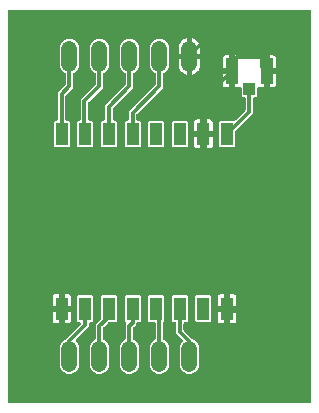
<source format=gbr>
G04 EAGLE Gerber RS-274X export*
G75*
%MOMM*%
%FSLAX34Y34*%
%LPD*%
%INTop Copper*%
%IPPOS*%
%AMOC8*
5,1,8,0,0,1.08239X$1,22.5*%
G01*
%ADD10R,1.000000X1.050000*%
%ADD11R,1.050000X2.200000*%
%ADD12R,1.050000X1.950000*%
%ADD13C,1.320800*%
%ADD14C,0.304800*%

G36*
X685826Y-14220D02*
X685826Y-14220D01*
X685852Y-14222D01*
X685999Y-14200D01*
X686146Y-14183D01*
X686171Y-14175D01*
X686197Y-14171D01*
X686335Y-14116D01*
X686474Y-14066D01*
X686496Y-14052D01*
X686521Y-14042D01*
X686642Y-13957D01*
X686767Y-13877D01*
X686785Y-13858D01*
X686807Y-13843D01*
X686906Y-13733D01*
X687009Y-13626D01*
X687023Y-13604D01*
X687040Y-13584D01*
X687112Y-13454D01*
X687188Y-13327D01*
X687196Y-13302D01*
X687209Y-13279D01*
X687249Y-13136D01*
X687294Y-12995D01*
X687296Y-12969D01*
X687304Y-12944D01*
X687323Y-12700D01*
X687323Y317500D01*
X687320Y317526D01*
X687322Y317552D01*
X687300Y317699D01*
X687283Y317846D01*
X687275Y317871D01*
X687271Y317897D01*
X687216Y318035D01*
X687166Y318174D01*
X687152Y318196D01*
X687142Y318221D01*
X687057Y318342D01*
X686977Y318467D01*
X686958Y318485D01*
X686943Y318507D01*
X686833Y318606D01*
X686726Y318709D01*
X686704Y318723D01*
X686684Y318740D01*
X686554Y318812D01*
X686427Y318888D01*
X686402Y318896D01*
X686379Y318909D01*
X686236Y318949D01*
X686095Y318994D01*
X686069Y318996D01*
X686044Y319004D01*
X685800Y319023D01*
X431800Y319023D01*
X431774Y319020D01*
X431748Y319022D01*
X431601Y319000D01*
X431454Y318983D01*
X431429Y318975D01*
X431403Y318971D01*
X431265Y318916D01*
X431126Y318866D01*
X431104Y318852D01*
X431079Y318842D01*
X430958Y318757D01*
X430833Y318677D01*
X430815Y318658D01*
X430793Y318643D01*
X430694Y318533D01*
X430591Y318426D01*
X430577Y318404D01*
X430560Y318384D01*
X430488Y318254D01*
X430412Y318127D01*
X430404Y318102D01*
X430391Y318079D01*
X430351Y317936D01*
X430306Y317795D01*
X430304Y317769D01*
X430296Y317744D01*
X430277Y317500D01*
X430277Y-12700D01*
X430280Y-12726D01*
X430278Y-12752D01*
X430300Y-12899D01*
X430317Y-13046D01*
X430325Y-13071D01*
X430329Y-13097D01*
X430384Y-13235D01*
X430434Y-13374D01*
X430448Y-13396D01*
X430458Y-13421D01*
X430543Y-13542D01*
X430623Y-13667D01*
X430642Y-13685D01*
X430657Y-13707D01*
X430767Y-13806D01*
X430874Y-13909D01*
X430896Y-13923D01*
X430916Y-13940D01*
X431046Y-14012D01*
X431173Y-14088D01*
X431198Y-14096D01*
X431221Y-14109D01*
X431364Y-14149D01*
X431505Y-14194D01*
X431531Y-14196D01*
X431556Y-14204D01*
X431800Y-14223D01*
X685800Y-14223D01*
X685826Y-14220D01*
G37*
%LPC*%
G36*
X610218Y202425D02*
X610218Y202425D01*
X609325Y203318D01*
X609325Y224082D01*
X610218Y224975D01*
X622432Y224975D01*
X622558Y224989D01*
X622684Y224996D01*
X622730Y225009D01*
X622778Y225015D01*
X622897Y225057D01*
X623019Y225092D01*
X623061Y225116D01*
X623107Y225132D01*
X623213Y225201D01*
X623323Y225262D01*
X623369Y225302D01*
X623399Y225321D01*
X623433Y225356D01*
X623509Y225421D01*
X631505Y233417D01*
X631584Y233516D01*
X631668Y233610D01*
X631692Y233652D01*
X631722Y233690D01*
X631776Y233804D01*
X631837Y233915D01*
X631850Y233961D01*
X631871Y234005D01*
X631897Y234128D01*
X631932Y234250D01*
X631937Y234311D01*
X631944Y234346D01*
X631943Y234394D01*
X631951Y234494D01*
X631951Y243152D01*
X631948Y243178D01*
X631950Y243204D01*
X631928Y243351D01*
X631911Y243498D01*
X631903Y243523D01*
X631899Y243549D01*
X631844Y243687D01*
X631794Y243826D01*
X631780Y243848D01*
X631770Y243873D01*
X631685Y243994D01*
X631605Y244119D01*
X631586Y244137D01*
X631571Y244159D01*
X631461Y244258D01*
X631354Y244361D01*
X631332Y244375D01*
X631312Y244392D01*
X631182Y244464D01*
X631055Y244540D01*
X631030Y244548D01*
X631007Y244561D01*
X630864Y244601D01*
X630723Y244646D01*
X630697Y244648D01*
X630672Y244656D01*
X630428Y244675D01*
X629368Y244675D01*
X628475Y245568D01*
X628475Y251882D01*
X628469Y251932D01*
X628472Y251983D01*
X628450Y252105D01*
X628435Y252228D01*
X628418Y252276D01*
X628409Y252326D01*
X628360Y252440D01*
X628318Y252556D01*
X628290Y252599D01*
X628270Y252646D01*
X628196Y252745D01*
X628129Y252849D01*
X628092Y252884D01*
X628062Y252925D01*
X627967Y253005D01*
X627878Y253091D01*
X627834Y253117D01*
X627795Y253150D01*
X627685Y253206D01*
X627579Y253270D01*
X627531Y253285D01*
X627485Y253309D01*
X627365Y253338D01*
X627247Y253376D01*
X627196Y253380D01*
X627147Y253392D01*
X627023Y253394D01*
X626900Y253404D01*
X626849Y253397D01*
X626798Y253397D01*
X626558Y253353D01*
X625834Y253159D01*
X622874Y253159D01*
X622874Y265599D01*
X622871Y265625D01*
X622873Y265651D01*
X622851Y265798D01*
X622834Y265945D01*
X622826Y265970D01*
X622822Y265996D01*
X622767Y266133D01*
X622717Y266273D01*
X622703Y266295D01*
X622693Y266320D01*
X622608Y266441D01*
X622528Y266566D01*
X622509Y266584D01*
X622494Y266606D01*
X622393Y266697D01*
X622457Y266768D01*
X622560Y266875D01*
X622574Y266898D01*
X622591Y266917D01*
X622663Y267047D01*
X622739Y267174D01*
X622747Y267199D01*
X622760Y267222D01*
X622800Y267365D01*
X622845Y267506D01*
X622847Y267532D01*
X622855Y267557D01*
X622874Y267801D01*
X622874Y280241D01*
X625835Y280241D01*
X626481Y280068D01*
X627060Y279733D01*
X627533Y279260D01*
X627928Y278577D01*
X627955Y278506D01*
X627956Y278505D01*
X627957Y278503D01*
X628054Y278364D01*
X628154Y278220D01*
X628155Y278219D01*
X628156Y278217D01*
X628281Y278104D01*
X628412Y277986D01*
X628413Y277985D01*
X628415Y277984D01*
X628567Y277900D01*
X628716Y277817D01*
X628718Y277816D01*
X628720Y277815D01*
X628889Y277767D01*
X629052Y277721D01*
X629053Y277721D01*
X629055Y277720D01*
X629299Y277701D01*
X640701Y277701D01*
X640703Y277701D01*
X640705Y277701D01*
X640879Y277721D01*
X641047Y277741D01*
X641049Y277741D01*
X641051Y277741D01*
X641211Y277799D01*
X641375Y277858D01*
X641377Y277859D01*
X641379Y277860D01*
X641523Y277953D01*
X641668Y278047D01*
X641669Y278048D01*
X641671Y278049D01*
X641790Y278173D01*
X641910Y278298D01*
X641911Y278299D01*
X641912Y278301D01*
X642001Y278449D01*
X642089Y278597D01*
X642090Y278599D01*
X642091Y278600D01*
X642098Y278622D01*
X642467Y279260D01*
X642940Y279733D01*
X643519Y280068D01*
X644165Y280241D01*
X647126Y280241D01*
X647126Y267801D01*
X647129Y267775D01*
X647127Y267749D01*
X647149Y267602D01*
X647166Y267455D01*
X647174Y267430D01*
X647178Y267404D01*
X647233Y267267D01*
X647283Y267127D01*
X647297Y267105D01*
X647307Y267080D01*
X647392Y266959D01*
X647472Y266834D01*
X647491Y266816D01*
X647506Y266794D01*
X647607Y266703D01*
X647543Y266632D01*
X647440Y266525D01*
X647426Y266502D01*
X647409Y266483D01*
X647337Y266353D01*
X647261Y266226D01*
X647253Y266201D01*
X647240Y266178D01*
X647200Y266035D01*
X647155Y265894D01*
X647152Y265868D01*
X647145Y265843D01*
X647126Y265599D01*
X647126Y253159D01*
X644166Y253159D01*
X643442Y253353D01*
X643392Y253361D01*
X643343Y253376D01*
X643220Y253386D01*
X643098Y253404D01*
X643047Y253400D01*
X642996Y253404D01*
X642873Y253386D01*
X642750Y253376D01*
X642702Y253360D01*
X642651Y253352D01*
X642536Y253307D01*
X642418Y253269D01*
X642375Y253243D01*
X642327Y253224D01*
X642226Y253153D01*
X642120Y253089D01*
X642083Y253054D01*
X642041Y253025D01*
X641958Y252933D01*
X641869Y252847D01*
X641842Y252804D01*
X641808Y252766D01*
X641748Y252657D01*
X641681Y252554D01*
X641664Y252506D01*
X641639Y252461D01*
X641605Y252342D01*
X641564Y252225D01*
X641558Y252175D01*
X641544Y252126D01*
X641525Y251882D01*
X641525Y245568D01*
X640632Y244675D01*
X639572Y244675D01*
X639546Y244672D01*
X639520Y244674D01*
X639373Y244652D01*
X639226Y244635D01*
X639201Y244627D01*
X639175Y244623D01*
X639037Y244568D01*
X638898Y244518D01*
X638876Y244504D01*
X638851Y244494D01*
X638730Y244409D01*
X638605Y244329D01*
X638587Y244310D01*
X638565Y244295D01*
X638466Y244185D01*
X638363Y244078D01*
X638349Y244056D01*
X638332Y244036D01*
X638260Y243906D01*
X638184Y243779D01*
X638176Y243754D01*
X638163Y243731D01*
X638123Y243588D01*
X638078Y243447D01*
X638076Y243421D01*
X638068Y243396D01*
X638049Y243152D01*
X638049Y231337D01*
X635817Y229105D01*
X623321Y216609D01*
X623242Y216510D01*
X623158Y216416D01*
X623134Y216374D01*
X623104Y216336D01*
X623050Y216222D01*
X622989Y216111D01*
X622976Y216065D01*
X622955Y216021D01*
X622929Y215898D01*
X622894Y215776D01*
X622889Y215715D01*
X622882Y215681D01*
X622883Y215633D01*
X622875Y215532D01*
X622875Y203318D01*
X621982Y202425D01*
X610218Y202425D01*
G37*
%LPD*%
%LPC*%
G36*
X530218Y202425D02*
X530218Y202425D01*
X529325Y203318D01*
X529325Y224082D01*
X530218Y224975D01*
X531528Y224975D01*
X531554Y224978D01*
X531580Y224976D01*
X531727Y224998D01*
X531874Y225015D01*
X531899Y225023D01*
X531925Y225027D01*
X532063Y225082D01*
X532202Y225132D01*
X532224Y225146D01*
X532249Y225156D01*
X532370Y225241D01*
X532495Y225321D01*
X532513Y225340D01*
X532535Y225355D01*
X532634Y225465D01*
X532737Y225572D01*
X532751Y225594D01*
X532768Y225614D01*
X532840Y225744D01*
X532916Y225871D01*
X532924Y225896D01*
X532937Y225919D01*
X532977Y226062D01*
X533022Y226203D01*
X533024Y226229D01*
X533032Y226254D01*
X533051Y226498D01*
X533051Y232563D01*
X555305Y254817D01*
X555384Y254916D01*
X555468Y255010D01*
X555492Y255052D01*
X555522Y255090D01*
X555576Y255204D01*
X555637Y255315D01*
X555650Y255361D01*
X555671Y255405D01*
X555697Y255528D01*
X555732Y255650D01*
X555737Y255711D01*
X555744Y255746D01*
X555743Y255794D01*
X555751Y255894D01*
X555751Y264243D01*
X555743Y264318D01*
X555744Y264395D01*
X555723Y264491D01*
X555711Y264589D01*
X555686Y264661D01*
X555669Y264735D01*
X555627Y264824D01*
X555594Y264917D01*
X555552Y264981D01*
X555520Y265050D01*
X555458Y265127D01*
X555405Y265210D01*
X555350Y265263D01*
X555302Y265323D01*
X555225Y265383D01*
X555154Y265452D01*
X555089Y265491D01*
X555029Y265538D01*
X554895Y265607D01*
X554855Y265631D01*
X554837Y265636D01*
X554811Y265650D01*
X554195Y265905D01*
X551909Y268191D01*
X550671Y271179D01*
X550671Y287621D01*
X551909Y290609D01*
X554195Y292895D01*
X557183Y294133D01*
X560417Y294133D01*
X563405Y292895D01*
X565691Y290609D01*
X566929Y287621D01*
X566929Y271179D01*
X565691Y268191D01*
X563405Y265905D01*
X562789Y265650D01*
X562722Y265613D01*
X562651Y265584D01*
X562571Y265528D01*
X562484Y265481D01*
X562428Y265429D01*
X562365Y265386D01*
X562299Y265313D01*
X562226Y265246D01*
X562183Y265183D01*
X562132Y265127D01*
X562084Y265041D01*
X562028Y264960D01*
X562000Y264889D01*
X561963Y264822D01*
X561936Y264727D01*
X561900Y264635D01*
X561889Y264560D01*
X561868Y264486D01*
X561856Y264337D01*
X561849Y264291D01*
X561851Y264272D01*
X561849Y264243D01*
X561849Y252737D01*
X539595Y230483D01*
X539516Y230384D01*
X539432Y230290D01*
X539408Y230248D01*
X539378Y230210D01*
X539324Y230096D01*
X539263Y229985D01*
X539250Y229939D01*
X539229Y229895D01*
X539203Y229772D01*
X539168Y229650D01*
X539163Y229589D01*
X539156Y229554D01*
X539157Y229506D01*
X539149Y229406D01*
X539149Y226498D01*
X539152Y226472D01*
X539150Y226446D01*
X539172Y226299D01*
X539189Y226152D01*
X539197Y226127D01*
X539201Y226101D01*
X539256Y225963D01*
X539306Y225824D01*
X539320Y225802D01*
X539330Y225777D01*
X539415Y225656D01*
X539495Y225531D01*
X539514Y225513D01*
X539529Y225491D01*
X539639Y225392D01*
X539746Y225289D01*
X539768Y225275D01*
X539788Y225258D01*
X539918Y225186D01*
X540045Y225110D01*
X540070Y225102D01*
X540093Y225089D01*
X540236Y225049D01*
X540377Y225004D01*
X540403Y225002D01*
X540428Y224994D01*
X540672Y224975D01*
X541982Y224975D01*
X542875Y224082D01*
X542875Y203318D01*
X541982Y202425D01*
X530218Y202425D01*
G37*
%LPD*%
%LPC*%
G36*
X510218Y202425D02*
X510218Y202425D01*
X509325Y203318D01*
X509325Y224082D01*
X510218Y224975D01*
X511528Y224975D01*
X511554Y224978D01*
X511580Y224976D01*
X511727Y224998D01*
X511874Y225015D01*
X511899Y225023D01*
X511925Y225027D01*
X512063Y225082D01*
X512202Y225132D01*
X512224Y225146D01*
X512249Y225156D01*
X512370Y225241D01*
X512495Y225321D01*
X512513Y225340D01*
X512535Y225355D01*
X512634Y225465D01*
X512737Y225572D01*
X512751Y225594D01*
X512768Y225614D01*
X512840Y225744D01*
X512916Y225871D01*
X512924Y225896D01*
X512937Y225919D01*
X512977Y226062D01*
X513022Y226203D01*
X513024Y226229D01*
X513032Y226254D01*
X513051Y226498D01*
X513051Y237963D01*
X529905Y254817D01*
X529984Y254916D01*
X530068Y255010D01*
X530092Y255052D01*
X530122Y255090D01*
X530176Y255204D01*
X530237Y255315D01*
X530250Y255361D01*
X530271Y255405D01*
X530297Y255528D01*
X530332Y255650D01*
X530337Y255711D01*
X530344Y255746D01*
X530343Y255794D01*
X530351Y255894D01*
X530351Y264243D01*
X530343Y264318D01*
X530344Y264395D01*
X530323Y264491D01*
X530311Y264589D01*
X530286Y264661D01*
X530269Y264735D01*
X530227Y264824D01*
X530194Y264917D01*
X530152Y264981D01*
X530120Y265050D01*
X530058Y265127D01*
X530005Y265210D01*
X529950Y265263D01*
X529902Y265323D01*
X529825Y265383D01*
X529754Y265452D01*
X529689Y265491D01*
X529629Y265538D01*
X529495Y265607D01*
X529455Y265631D01*
X529437Y265636D01*
X529411Y265650D01*
X528795Y265905D01*
X526509Y268191D01*
X525271Y271179D01*
X525271Y287621D01*
X526509Y290609D01*
X528795Y292895D01*
X531783Y294133D01*
X535017Y294133D01*
X538005Y292895D01*
X540291Y290609D01*
X541529Y287621D01*
X541529Y271179D01*
X540291Y268191D01*
X538005Y265905D01*
X537389Y265650D01*
X537322Y265613D01*
X537251Y265584D01*
X537171Y265528D01*
X537084Y265481D01*
X537028Y265429D01*
X536965Y265386D01*
X536899Y265313D01*
X536826Y265246D01*
X536783Y265183D01*
X536732Y265127D01*
X536684Y265041D01*
X536628Y264960D01*
X536600Y264889D01*
X536563Y264822D01*
X536536Y264727D01*
X536500Y264635D01*
X536489Y264560D01*
X536468Y264486D01*
X536456Y264337D01*
X536449Y264291D01*
X536451Y264272D01*
X536449Y264243D01*
X536449Y252737D01*
X519595Y235883D01*
X519516Y235784D01*
X519432Y235690D01*
X519408Y235648D01*
X519378Y235610D01*
X519324Y235496D01*
X519263Y235385D01*
X519250Y235339D01*
X519229Y235295D01*
X519203Y235172D01*
X519168Y235050D01*
X519163Y234989D01*
X519156Y234954D01*
X519157Y234906D01*
X519149Y234806D01*
X519149Y226498D01*
X519152Y226472D01*
X519150Y226446D01*
X519172Y226299D01*
X519189Y226152D01*
X519197Y226127D01*
X519201Y226101D01*
X519256Y225963D01*
X519306Y225824D01*
X519320Y225802D01*
X519330Y225777D01*
X519415Y225656D01*
X519495Y225531D01*
X519514Y225513D01*
X519529Y225491D01*
X519639Y225392D01*
X519746Y225289D01*
X519768Y225275D01*
X519788Y225258D01*
X519918Y225186D01*
X520045Y225110D01*
X520070Y225102D01*
X520093Y225089D01*
X520236Y225049D01*
X520377Y225004D01*
X520403Y225002D01*
X520428Y224994D01*
X520672Y224975D01*
X521982Y224975D01*
X522875Y224082D01*
X522875Y203318D01*
X521982Y202425D01*
X510218Y202425D01*
G37*
%LPD*%
%LPC*%
G36*
X490218Y202425D02*
X490218Y202425D01*
X489325Y203318D01*
X489325Y224082D01*
X490218Y224975D01*
X490728Y224975D01*
X490754Y224978D01*
X490780Y224976D01*
X490927Y224998D01*
X491074Y225015D01*
X491099Y225023D01*
X491125Y225027D01*
X491263Y225082D01*
X491402Y225132D01*
X491424Y225146D01*
X491449Y225156D01*
X491570Y225241D01*
X491695Y225321D01*
X491713Y225340D01*
X491735Y225355D01*
X491834Y225465D01*
X491937Y225572D01*
X491951Y225594D01*
X491968Y225614D01*
X492040Y225744D01*
X492116Y225871D01*
X492124Y225896D01*
X492137Y225919D01*
X492177Y226062D01*
X492222Y226203D01*
X492224Y226229D01*
X492232Y226254D01*
X492251Y226498D01*
X492251Y242563D01*
X504505Y254817D01*
X504584Y254916D01*
X504668Y255010D01*
X504692Y255052D01*
X504722Y255090D01*
X504776Y255204D01*
X504837Y255315D01*
X504850Y255361D01*
X504871Y255405D01*
X504897Y255528D01*
X504932Y255650D01*
X504937Y255711D01*
X504944Y255746D01*
X504943Y255794D01*
X504951Y255894D01*
X504951Y264243D01*
X504943Y264318D01*
X504944Y264395D01*
X504923Y264491D01*
X504911Y264589D01*
X504886Y264661D01*
X504869Y264735D01*
X504827Y264824D01*
X504794Y264917D01*
X504752Y264981D01*
X504720Y265050D01*
X504658Y265127D01*
X504605Y265210D01*
X504550Y265263D01*
X504502Y265323D01*
X504425Y265383D01*
X504354Y265452D01*
X504289Y265491D01*
X504229Y265538D01*
X504095Y265607D01*
X504055Y265631D01*
X504037Y265636D01*
X504011Y265650D01*
X503395Y265905D01*
X501109Y268191D01*
X499871Y271179D01*
X499871Y287621D01*
X501109Y290609D01*
X503395Y292895D01*
X506383Y294133D01*
X509617Y294133D01*
X512605Y292895D01*
X514891Y290609D01*
X516129Y287621D01*
X516129Y271179D01*
X514891Y268191D01*
X512605Y265905D01*
X511989Y265650D01*
X511922Y265613D01*
X511851Y265584D01*
X511771Y265528D01*
X511684Y265481D01*
X511628Y265429D01*
X511565Y265386D01*
X511499Y265313D01*
X511426Y265246D01*
X511383Y265183D01*
X511332Y265127D01*
X511284Y265041D01*
X511228Y264960D01*
X511200Y264889D01*
X511163Y264822D01*
X511136Y264727D01*
X511100Y264635D01*
X511089Y264560D01*
X511068Y264486D01*
X511056Y264337D01*
X511049Y264291D01*
X511051Y264272D01*
X511049Y264243D01*
X511049Y252737D01*
X498795Y240483D01*
X498716Y240384D01*
X498632Y240290D01*
X498608Y240248D01*
X498578Y240210D01*
X498524Y240096D01*
X498463Y239985D01*
X498450Y239939D01*
X498429Y239895D01*
X498403Y239772D01*
X498368Y239650D01*
X498363Y239589D01*
X498356Y239554D01*
X498357Y239506D01*
X498349Y239406D01*
X498349Y226498D01*
X498352Y226472D01*
X498350Y226446D01*
X498372Y226299D01*
X498389Y226152D01*
X498397Y226127D01*
X498401Y226101D01*
X498456Y225963D01*
X498506Y225824D01*
X498520Y225802D01*
X498530Y225777D01*
X498615Y225656D01*
X498695Y225531D01*
X498714Y225513D01*
X498729Y225491D01*
X498839Y225392D01*
X498946Y225289D01*
X498968Y225275D01*
X498988Y225258D01*
X499118Y225186D01*
X499245Y225110D01*
X499270Y225102D01*
X499293Y225089D01*
X499436Y225049D01*
X499577Y225004D01*
X499603Y225002D01*
X499628Y224994D01*
X499872Y224975D01*
X501982Y224975D01*
X502875Y224082D01*
X502875Y203318D01*
X501982Y202425D01*
X490218Y202425D01*
G37*
%LPD*%
%LPC*%
G36*
X470218Y202425D02*
X470218Y202425D01*
X469325Y203318D01*
X469325Y224082D01*
X470218Y224975D01*
X471528Y224975D01*
X471554Y224978D01*
X471580Y224976D01*
X471727Y224998D01*
X471874Y225015D01*
X471899Y225023D01*
X471925Y225027D01*
X472063Y225082D01*
X472202Y225132D01*
X472224Y225146D01*
X472249Y225156D01*
X472370Y225241D01*
X472495Y225321D01*
X472513Y225340D01*
X472535Y225355D01*
X472634Y225465D01*
X472737Y225572D01*
X472751Y225594D01*
X472768Y225614D01*
X472840Y225744D01*
X472916Y225871D01*
X472924Y225896D01*
X472937Y225919D01*
X472977Y226062D01*
X473022Y226203D01*
X473024Y226229D01*
X473032Y226254D01*
X473051Y226498D01*
X473051Y248763D01*
X479105Y254817D01*
X479184Y254916D01*
X479268Y255010D01*
X479292Y255052D01*
X479322Y255090D01*
X479376Y255204D01*
X479437Y255315D01*
X479450Y255361D01*
X479471Y255405D01*
X479497Y255528D01*
X479532Y255650D01*
X479537Y255711D01*
X479544Y255746D01*
X479543Y255794D01*
X479551Y255894D01*
X479551Y264243D01*
X479543Y264318D01*
X479544Y264395D01*
X479523Y264491D01*
X479511Y264589D01*
X479486Y264661D01*
X479469Y264735D01*
X479427Y264824D01*
X479394Y264917D01*
X479352Y264981D01*
X479320Y265050D01*
X479258Y265127D01*
X479205Y265210D01*
X479150Y265263D01*
X479102Y265323D01*
X479025Y265383D01*
X478954Y265452D01*
X478889Y265491D01*
X478829Y265538D01*
X478695Y265607D01*
X478655Y265631D01*
X478637Y265636D01*
X478611Y265650D01*
X477995Y265905D01*
X475709Y268191D01*
X474471Y271179D01*
X474471Y287621D01*
X475709Y290609D01*
X477995Y292895D01*
X480983Y294133D01*
X484217Y294133D01*
X487205Y292895D01*
X489491Y290609D01*
X490729Y287621D01*
X490729Y271179D01*
X489491Y268191D01*
X487205Y265905D01*
X486589Y265650D01*
X486522Y265613D01*
X486451Y265584D01*
X486371Y265528D01*
X486284Y265481D01*
X486228Y265429D01*
X486165Y265386D01*
X486099Y265313D01*
X486026Y265246D01*
X485983Y265183D01*
X485932Y265127D01*
X485884Y265041D01*
X485828Y264960D01*
X485800Y264889D01*
X485763Y264822D01*
X485736Y264727D01*
X485700Y264635D01*
X485689Y264560D01*
X485668Y264486D01*
X485656Y264337D01*
X485649Y264291D01*
X485651Y264272D01*
X485649Y264243D01*
X485649Y252737D01*
X479595Y246683D01*
X479516Y246584D01*
X479432Y246490D01*
X479408Y246448D01*
X479378Y246410D01*
X479324Y246296D01*
X479263Y246185D01*
X479250Y246139D01*
X479229Y246095D01*
X479203Y245972D01*
X479168Y245850D01*
X479163Y245789D01*
X479156Y245754D01*
X479157Y245706D01*
X479149Y245606D01*
X479149Y226498D01*
X479152Y226472D01*
X479150Y226446D01*
X479172Y226299D01*
X479189Y226152D01*
X479197Y226127D01*
X479201Y226101D01*
X479256Y225963D01*
X479306Y225824D01*
X479320Y225802D01*
X479330Y225777D01*
X479415Y225656D01*
X479495Y225531D01*
X479514Y225513D01*
X479529Y225491D01*
X479639Y225392D01*
X479746Y225289D01*
X479768Y225275D01*
X479788Y225258D01*
X479918Y225186D01*
X480045Y225110D01*
X480070Y225102D01*
X480093Y225089D01*
X480236Y225049D01*
X480377Y225004D01*
X480403Y225002D01*
X480428Y224994D01*
X480672Y224975D01*
X481982Y224975D01*
X482875Y224082D01*
X482875Y203318D01*
X481982Y202425D01*
X470218Y202425D01*
G37*
%LPD*%
%LPC*%
G36*
X480983Y10667D02*
X480983Y10667D01*
X477995Y11905D01*
X475709Y14191D01*
X474471Y17179D01*
X474471Y33621D01*
X475709Y36609D01*
X477995Y38895D01*
X479573Y39549D01*
X479575Y39550D01*
X479577Y39550D01*
X479725Y39633D01*
X479878Y39718D01*
X479879Y39719D01*
X479881Y39720D01*
X480067Y39879D01*
X481783Y41595D01*
X492013Y51825D01*
X492076Y51903D01*
X492146Y51976D01*
X492184Y52040D01*
X492230Y52098D01*
X492273Y52189D01*
X492324Y52275D01*
X492347Y52346D01*
X492379Y52413D01*
X492400Y52511D01*
X492431Y52607D01*
X492437Y52681D01*
X492452Y52754D01*
X492451Y52854D01*
X492459Y52954D01*
X492448Y53028D01*
X492446Y53102D01*
X492422Y53199D01*
X492407Y53299D01*
X492379Y53368D01*
X492361Y53440D01*
X492315Y53530D01*
X492278Y53623D01*
X492236Y53684D01*
X492202Y53750D01*
X492136Y53827D01*
X492079Y53909D01*
X492024Y53959D01*
X491976Y54015D01*
X491895Y54075D01*
X491820Y54142D01*
X491755Y54178D01*
X491696Y54223D01*
X491603Y54262D01*
X491515Y54311D01*
X491444Y54331D01*
X491376Y54361D01*
X491277Y54378D01*
X491180Y54406D01*
X491080Y54414D01*
X491033Y54422D01*
X490997Y54420D01*
X490936Y54425D01*
X490218Y54425D01*
X489325Y55318D01*
X489325Y76082D01*
X490218Y76975D01*
X501982Y76975D01*
X502875Y76082D01*
X502875Y55318D01*
X501982Y54425D01*
X500672Y54425D01*
X500646Y54422D01*
X500620Y54424D01*
X500473Y54402D01*
X500326Y54385D01*
X500301Y54377D01*
X500275Y54373D01*
X500137Y54318D01*
X499998Y54268D01*
X499976Y54254D01*
X499951Y54244D01*
X499830Y54159D01*
X499705Y54079D01*
X499687Y54060D01*
X499665Y54045D01*
X499566Y53935D01*
X499463Y53828D01*
X499449Y53806D01*
X499432Y53786D01*
X499360Y53656D01*
X499284Y53529D01*
X499276Y53504D01*
X499263Y53481D01*
X499223Y53338D01*
X499178Y53197D01*
X499176Y53171D01*
X499168Y53146D01*
X499149Y52902D01*
X499149Y50337D01*
X488533Y39721D01*
X488516Y39701D01*
X488496Y39684D01*
X488408Y39564D01*
X488316Y39448D01*
X488305Y39425D01*
X488289Y39403D01*
X488231Y39267D01*
X488167Y39133D01*
X488162Y39107D01*
X488151Y39083D01*
X488125Y38937D01*
X488094Y38792D01*
X488094Y38766D01*
X488090Y38740D01*
X488097Y38592D01*
X488100Y38444D01*
X488106Y38419D01*
X488108Y38392D01*
X488149Y38250D01*
X488185Y38106D01*
X488197Y38083D01*
X488204Y38057D01*
X488276Y37928D01*
X488344Y37796D01*
X488361Y37776D01*
X488374Y37753D01*
X488533Y37567D01*
X489491Y36609D01*
X490729Y33621D01*
X490729Y17179D01*
X489491Y14191D01*
X487205Y11905D01*
X484217Y10667D01*
X480983Y10667D01*
G37*
%LPD*%
%LPC*%
G36*
X582583Y10667D02*
X582583Y10667D01*
X579595Y11905D01*
X577309Y14191D01*
X576071Y17179D01*
X576071Y33621D01*
X577309Y36609D01*
X578267Y37567D01*
X578284Y37588D01*
X578304Y37605D01*
X578391Y37724D01*
X578484Y37840D01*
X578495Y37864D01*
X578511Y37885D01*
X578569Y38021D01*
X578633Y38155D01*
X578638Y38181D01*
X578649Y38205D01*
X578675Y38351D01*
X578706Y38496D01*
X578706Y38522D01*
X578710Y38548D01*
X578703Y38696D01*
X578700Y38844D01*
X578694Y38870D01*
X578692Y38896D01*
X578651Y39038D01*
X578615Y39182D01*
X578603Y39206D01*
X578596Y39231D01*
X578523Y39360D01*
X578456Y39492D01*
X578439Y39512D01*
X578426Y39535D01*
X578267Y39721D01*
X573051Y44937D01*
X573051Y52902D01*
X573048Y52928D01*
X573050Y52954D01*
X573028Y53101D01*
X573011Y53248D01*
X573003Y53273D01*
X572999Y53299D01*
X572944Y53437D01*
X572894Y53576D01*
X572880Y53598D01*
X572870Y53623D01*
X572785Y53744D01*
X572705Y53869D01*
X572686Y53887D01*
X572671Y53909D01*
X572561Y54008D01*
X572454Y54111D01*
X572432Y54125D01*
X572412Y54142D01*
X572283Y54214D01*
X572155Y54290D01*
X572130Y54298D01*
X572107Y54311D01*
X571964Y54351D01*
X571823Y54396D01*
X571797Y54398D01*
X571772Y54406D01*
X571528Y54425D01*
X570218Y54425D01*
X569325Y55318D01*
X569325Y76082D01*
X570218Y76975D01*
X581982Y76975D01*
X582875Y76082D01*
X582875Y55318D01*
X581982Y54425D01*
X580672Y54425D01*
X580646Y54422D01*
X580620Y54424D01*
X580473Y54402D01*
X580326Y54385D01*
X580301Y54377D01*
X580275Y54373D01*
X580137Y54318D01*
X579998Y54268D01*
X579976Y54254D01*
X579951Y54244D01*
X579830Y54159D01*
X579705Y54079D01*
X579687Y54060D01*
X579665Y54045D01*
X579566Y53935D01*
X579463Y53828D01*
X579449Y53806D01*
X579432Y53786D01*
X579360Y53656D01*
X579284Y53529D01*
X579276Y53504D01*
X579263Y53481D01*
X579223Y53338D01*
X579178Y53197D01*
X579176Y53171D01*
X579168Y53146D01*
X579149Y52902D01*
X579149Y48094D01*
X579163Y47968D01*
X579170Y47842D01*
X579183Y47796D01*
X579189Y47748D01*
X579231Y47629D01*
X579266Y47507D01*
X579290Y47465D01*
X579306Y47419D01*
X579375Y47313D01*
X579436Y47203D01*
X579476Y47157D01*
X579495Y47127D01*
X579530Y47093D01*
X579595Y47017D01*
X586733Y39879D01*
X586734Y39878D01*
X586736Y39876D01*
X586875Y39766D01*
X587006Y39662D01*
X587007Y39661D01*
X587009Y39660D01*
X587227Y39549D01*
X588805Y38895D01*
X591091Y36609D01*
X592329Y33621D01*
X592329Y17179D01*
X591091Y14191D01*
X588805Y11905D01*
X585817Y10667D01*
X582583Y10667D01*
G37*
%LPD*%
%LPC*%
G36*
X506383Y10667D02*
X506383Y10667D01*
X503395Y11905D01*
X501109Y14191D01*
X499871Y17179D01*
X499871Y33621D01*
X501109Y36609D01*
X503395Y38895D01*
X504011Y39150D01*
X504078Y39187D01*
X504149Y39215D01*
X504229Y39272D01*
X504316Y39319D01*
X504372Y39371D01*
X504435Y39414D01*
X504501Y39487D01*
X504574Y39554D01*
X504617Y39616D01*
X504668Y39673D01*
X504716Y39759D01*
X504772Y39840D01*
X504800Y39911D01*
X504837Y39978D01*
X504864Y40073D01*
X504900Y40164D01*
X504911Y40240D01*
X504932Y40314D01*
X504944Y40462D01*
X504951Y40509D01*
X504949Y40528D01*
X504951Y40557D01*
X504951Y52063D01*
X508879Y55991D01*
X508958Y56090D01*
X509042Y56184D01*
X509066Y56226D01*
X509096Y56264D01*
X509150Y56378D01*
X509211Y56489D01*
X509224Y56535D01*
X509245Y56579D01*
X509271Y56702D01*
X509306Y56824D01*
X509311Y56885D01*
X509318Y56920D01*
X509317Y56968D01*
X509325Y57068D01*
X509325Y76082D01*
X510218Y76975D01*
X521982Y76975D01*
X522875Y76082D01*
X522875Y55318D01*
X521982Y54425D01*
X516568Y54425D01*
X516442Y54411D01*
X516316Y54404D01*
X516270Y54391D01*
X516222Y54385D01*
X516103Y54343D01*
X515981Y54308D01*
X515939Y54284D01*
X515893Y54268D01*
X515787Y54199D01*
X515677Y54138D01*
X515631Y54098D01*
X515601Y54079D01*
X515567Y54044D01*
X515491Y53979D01*
X511495Y49983D01*
X511416Y49884D01*
X511332Y49790D01*
X511308Y49748D01*
X511278Y49710D01*
X511224Y49596D01*
X511163Y49485D01*
X511150Y49439D01*
X511129Y49395D01*
X511103Y49272D01*
X511068Y49150D01*
X511063Y49089D01*
X511056Y49054D01*
X511057Y49006D01*
X511049Y48906D01*
X511049Y40557D01*
X511057Y40482D01*
X511056Y40405D01*
X511077Y40309D01*
X511089Y40211D01*
X511114Y40139D01*
X511131Y40065D01*
X511173Y39976D01*
X511206Y39883D01*
X511248Y39819D01*
X511280Y39750D01*
X511342Y39673D01*
X511395Y39590D01*
X511450Y39537D01*
X511498Y39477D01*
X511575Y39417D01*
X511646Y39348D01*
X511711Y39309D01*
X511771Y39262D01*
X511904Y39193D01*
X511945Y39169D01*
X511963Y39163D01*
X511989Y39150D01*
X512605Y38895D01*
X514891Y36609D01*
X516129Y33621D01*
X516129Y17179D01*
X514891Y14191D01*
X512605Y11905D01*
X509617Y10667D01*
X506383Y10667D01*
G37*
%LPD*%
%LPC*%
G36*
X531783Y10667D02*
X531783Y10667D01*
X528795Y11905D01*
X526509Y14191D01*
X525271Y17179D01*
X525271Y33621D01*
X526509Y36609D01*
X528795Y38895D01*
X529411Y39150D01*
X529478Y39187D01*
X529549Y39215D01*
X529629Y39272D01*
X529716Y39319D01*
X529772Y39371D01*
X529835Y39414D01*
X529901Y39487D01*
X529974Y39554D01*
X530017Y39616D01*
X530068Y39673D01*
X530116Y39759D01*
X530172Y39840D01*
X530200Y39911D01*
X530237Y39978D01*
X530264Y40073D01*
X530300Y40164D01*
X530311Y40240D01*
X530332Y40314D01*
X530344Y40462D01*
X530351Y40509D01*
X530349Y40528D01*
X530351Y40557D01*
X530351Y52063D01*
X530389Y52101D01*
X530405Y52121D01*
X530425Y52138D01*
X530514Y52258D01*
X530606Y52374D01*
X530617Y52397D01*
X530632Y52418D01*
X530691Y52555D01*
X530755Y52689D01*
X530760Y52714D01*
X530770Y52738D01*
X530797Y52884D01*
X530828Y53029D01*
X530827Y53055D01*
X530832Y53081D01*
X530824Y53229D01*
X530822Y53378D01*
X530816Y53403D01*
X530814Y53429D01*
X530773Y53572D01*
X530737Y53716D01*
X530725Y53739D01*
X530718Y53764D01*
X530645Y53894D01*
X530577Y54026D01*
X530560Y54046D01*
X530547Y54068D01*
X530389Y54255D01*
X529325Y55318D01*
X529325Y76082D01*
X530218Y76975D01*
X541982Y76975D01*
X542875Y76082D01*
X542875Y55318D01*
X541982Y54425D01*
X540672Y54425D01*
X540646Y54422D01*
X540620Y54424D01*
X540473Y54402D01*
X540326Y54385D01*
X540301Y54377D01*
X540275Y54373D01*
X540137Y54318D01*
X539998Y54268D01*
X539976Y54254D01*
X539951Y54244D01*
X539830Y54159D01*
X539705Y54079D01*
X539687Y54060D01*
X539665Y54045D01*
X539566Y53935D01*
X539463Y53828D01*
X539449Y53806D01*
X539432Y53786D01*
X539360Y53656D01*
X539284Y53529D01*
X539276Y53504D01*
X539263Y53481D01*
X539223Y53338D01*
X539178Y53197D01*
X539176Y53171D01*
X539168Y53146D01*
X539149Y52902D01*
X539149Y52237D01*
X536895Y49983D01*
X536816Y49884D01*
X536732Y49790D01*
X536708Y49748D01*
X536678Y49710D01*
X536624Y49596D01*
X536563Y49485D01*
X536550Y49439D01*
X536529Y49395D01*
X536503Y49272D01*
X536468Y49150D01*
X536463Y49089D01*
X536456Y49054D01*
X536457Y49006D01*
X536449Y48906D01*
X536449Y40557D01*
X536457Y40482D01*
X536456Y40405D01*
X536477Y40309D01*
X536489Y40211D01*
X536514Y40139D01*
X536531Y40065D01*
X536573Y39976D01*
X536606Y39883D01*
X536648Y39819D01*
X536680Y39750D01*
X536742Y39673D01*
X536795Y39590D01*
X536850Y39537D01*
X536898Y39477D01*
X536975Y39417D01*
X537046Y39348D01*
X537111Y39309D01*
X537171Y39262D01*
X537304Y39193D01*
X537345Y39169D01*
X537363Y39163D01*
X537389Y39150D01*
X538005Y38895D01*
X540291Y36609D01*
X541529Y33621D01*
X541529Y17179D01*
X540291Y14191D01*
X538005Y11905D01*
X535017Y10667D01*
X531783Y10667D01*
G37*
%LPD*%
%LPC*%
G36*
X557183Y10667D02*
X557183Y10667D01*
X554195Y11905D01*
X551909Y14191D01*
X550671Y17179D01*
X550671Y33621D01*
X551909Y36609D01*
X554195Y38895D01*
X554811Y39150D01*
X554878Y39187D01*
X554949Y39215D01*
X555029Y39272D01*
X555116Y39319D01*
X555172Y39371D01*
X555235Y39414D01*
X555301Y39487D01*
X555374Y39554D01*
X555417Y39616D01*
X555468Y39673D01*
X555516Y39759D01*
X555572Y39840D01*
X555600Y39911D01*
X555637Y39978D01*
X555664Y40073D01*
X555700Y40164D01*
X555711Y40240D01*
X555732Y40314D01*
X555744Y40462D01*
X555751Y40509D01*
X555749Y40528D01*
X555751Y40557D01*
X555751Y52902D01*
X555748Y52928D01*
X555750Y52954D01*
X555728Y53101D01*
X555711Y53248D01*
X555703Y53273D01*
X555699Y53299D01*
X555644Y53437D01*
X555594Y53576D01*
X555580Y53598D01*
X555570Y53623D01*
X555485Y53744D01*
X555405Y53869D01*
X555386Y53887D01*
X555371Y53909D01*
X555261Y54008D01*
X555154Y54111D01*
X555132Y54125D01*
X555112Y54142D01*
X554983Y54214D01*
X554855Y54290D01*
X554830Y54298D01*
X554807Y54311D01*
X554664Y54351D01*
X554523Y54396D01*
X554497Y54398D01*
X554472Y54406D01*
X554228Y54425D01*
X550218Y54425D01*
X549325Y55318D01*
X549325Y76082D01*
X550218Y76975D01*
X561982Y76975D01*
X562875Y76082D01*
X562875Y55318D01*
X562295Y54739D01*
X562216Y54639D01*
X562132Y54546D01*
X562108Y54504D01*
X562078Y54466D01*
X562024Y54351D01*
X561963Y54241D01*
X561950Y54194D01*
X561929Y54151D01*
X561903Y54027D01*
X561868Y53905D01*
X561863Y53845D01*
X561856Y53810D01*
X561857Y53762D01*
X561849Y53662D01*
X561849Y40557D01*
X561857Y40482D01*
X561856Y40405D01*
X561877Y40309D01*
X561889Y40211D01*
X561914Y40139D01*
X561931Y40065D01*
X561973Y39976D01*
X562006Y39883D01*
X562048Y39819D01*
X562080Y39750D01*
X562142Y39673D01*
X562195Y39590D01*
X562250Y39537D01*
X562298Y39477D01*
X562375Y39417D01*
X562446Y39348D01*
X562511Y39309D01*
X562571Y39262D01*
X562704Y39193D01*
X562745Y39169D01*
X562763Y39163D01*
X562789Y39150D01*
X563405Y38895D01*
X565691Y36609D01*
X566929Y33621D01*
X566929Y17179D01*
X565691Y14191D01*
X563405Y11905D01*
X560417Y10667D01*
X557183Y10667D01*
G37*
%LPD*%
%LPC*%
G36*
X550218Y202425D02*
X550218Y202425D01*
X549325Y203318D01*
X549325Y224082D01*
X550218Y224975D01*
X561982Y224975D01*
X562875Y224082D01*
X562875Y203318D01*
X561982Y202425D01*
X550218Y202425D01*
G37*
%LPD*%
%LPC*%
G36*
X590218Y54425D02*
X590218Y54425D01*
X589325Y55318D01*
X589325Y76082D01*
X590218Y76975D01*
X601982Y76975D01*
X602875Y76082D01*
X602875Y55318D01*
X601982Y54425D01*
X590218Y54425D01*
G37*
%LPD*%
%LPC*%
G36*
X570218Y202425D02*
X570218Y202425D01*
X569325Y203318D01*
X569325Y224082D01*
X570218Y224975D01*
X581982Y224975D01*
X582875Y224082D01*
X582875Y203318D01*
X581982Y202425D01*
X570218Y202425D01*
G37*
%LPD*%
%LPC*%
G36*
X586231Y281431D02*
X586231Y281431D01*
X586231Y294941D01*
X586342Y294924D01*
X587710Y294479D01*
X588993Y293825D01*
X590157Y292979D01*
X591175Y291961D01*
X592021Y290797D01*
X592675Y289514D01*
X593120Y288146D01*
X593345Y286724D01*
X593345Y281431D01*
X586231Y281431D01*
G37*
%LPD*%
%LPC*%
G36*
X586231Y277369D02*
X586231Y277369D01*
X593345Y277369D01*
X593345Y272076D01*
X593120Y270654D01*
X592675Y269286D01*
X592021Y268003D01*
X591175Y266839D01*
X590157Y265821D01*
X588993Y264975D01*
X587710Y264321D01*
X586342Y263876D01*
X586231Y263859D01*
X586231Y277369D01*
G37*
%LPD*%
%LPC*%
G36*
X575055Y281431D02*
X575055Y281431D01*
X575055Y286724D01*
X575280Y288146D01*
X575725Y289514D01*
X576379Y290797D01*
X577225Y291961D01*
X578243Y292979D01*
X579407Y293825D01*
X580690Y294479D01*
X582058Y294924D01*
X582169Y294941D01*
X582169Y281431D01*
X575055Y281431D01*
G37*
%LPD*%
%LPC*%
G36*
X582058Y263876D02*
X582058Y263876D01*
X580690Y264321D01*
X579407Y264975D01*
X578243Y265821D01*
X577225Y266839D01*
X576379Y268003D01*
X575725Y269286D01*
X575280Y270654D01*
X575055Y272076D01*
X575055Y277369D01*
X582169Y277369D01*
X582169Y263859D01*
X582058Y263876D01*
G37*
%LPD*%
%LPC*%
G36*
X652374Y269324D02*
X652374Y269324D01*
X652374Y280241D01*
X655335Y280241D01*
X655981Y280068D01*
X656560Y279733D01*
X657033Y279260D01*
X657368Y278681D01*
X657541Y278035D01*
X657541Y269324D01*
X652374Y269324D01*
G37*
%LPD*%
%LPC*%
G36*
X652374Y253159D02*
X652374Y253159D01*
X652374Y264076D01*
X657541Y264076D01*
X657541Y255365D01*
X657368Y254719D01*
X657033Y254140D01*
X656560Y253667D01*
X655981Y253332D01*
X655335Y253159D01*
X652374Y253159D01*
G37*
%LPD*%
%LPC*%
G36*
X612459Y269324D02*
X612459Y269324D01*
X612459Y278035D01*
X612632Y278681D01*
X612967Y279260D01*
X613440Y279733D01*
X614019Y280068D01*
X614665Y280241D01*
X617626Y280241D01*
X617626Y269324D01*
X612459Y269324D01*
G37*
%LPD*%
%LPC*%
G36*
X614665Y253159D02*
X614665Y253159D01*
X614019Y253332D01*
X613440Y253667D01*
X612967Y254140D01*
X612632Y254719D01*
X612459Y255365D01*
X612459Y264076D01*
X617626Y264076D01*
X617626Y253159D01*
X614665Y253159D01*
G37*
%LPD*%
%LPC*%
G36*
X618724Y68324D02*
X618724Y68324D01*
X618724Y77991D01*
X621685Y77991D01*
X622331Y77818D01*
X622910Y77483D01*
X623383Y77010D01*
X623718Y76431D01*
X623891Y75785D01*
X623891Y68324D01*
X618724Y68324D01*
G37*
%LPD*%
%LPC*%
G36*
X478724Y68324D02*
X478724Y68324D01*
X478724Y77991D01*
X481685Y77991D01*
X482331Y77818D01*
X482910Y77483D01*
X483383Y77010D01*
X483718Y76431D01*
X483891Y75785D01*
X483891Y68324D01*
X478724Y68324D01*
G37*
%LPD*%
%LPC*%
G36*
X598724Y216324D02*
X598724Y216324D01*
X598724Y225991D01*
X601685Y225991D01*
X602331Y225818D01*
X602910Y225483D01*
X603383Y225010D01*
X603718Y224431D01*
X603891Y223785D01*
X603891Y216324D01*
X598724Y216324D01*
G37*
%LPD*%
%LPC*%
G36*
X598724Y201409D02*
X598724Y201409D01*
X598724Y211076D01*
X603891Y211076D01*
X603891Y203615D01*
X603718Y202969D01*
X603383Y202390D01*
X602910Y201917D01*
X602331Y201582D01*
X601685Y201409D01*
X598724Y201409D01*
G37*
%LPD*%
%LPC*%
G36*
X478724Y53409D02*
X478724Y53409D01*
X478724Y63076D01*
X483891Y63076D01*
X483891Y55615D01*
X483718Y54969D01*
X483383Y54390D01*
X482910Y53917D01*
X482331Y53582D01*
X481685Y53409D01*
X478724Y53409D01*
G37*
%LPD*%
%LPC*%
G36*
X618724Y53409D02*
X618724Y53409D01*
X618724Y63076D01*
X623891Y63076D01*
X623891Y55615D01*
X623718Y54969D01*
X623383Y54390D01*
X622910Y53917D01*
X622331Y53582D01*
X621685Y53409D01*
X618724Y53409D01*
G37*
%LPD*%
%LPC*%
G36*
X608309Y68324D02*
X608309Y68324D01*
X608309Y75785D01*
X608482Y76431D01*
X608817Y77010D01*
X609290Y77483D01*
X609869Y77818D01*
X610515Y77991D01*
X613476Y77991D01*
X613476Y68324D01*
X608309Y68324D01*
G37*
%LPD*%
%LPC*%
G36*
X468309Y68324D02*
X468309Y68324D01*
X468309Y75785D01*
X468482Y76431D01*
X468817Y77010D01*
X469290Y77483D01*
X469869Y77818D01*
X470515Y77991D01*
X473476Y77991D01*
X473476Y68324D01*
X468309Y68324D01*
G37*
%LPD*%
%LPC*%
G36*
X588309Y216324D02*
X588309Y216324D01*
X588309Y223785D01*
X588482Y224431D01*
X588817Y225010D01*
X589290Y225483D01*
X589869Y225818D01*
X590515Y225991D01*
X593476Y225991D01*
X593476Y216324D01*
X588309Y216324D01*
G37*
%LPD*%
%LPC*%
G36*
X590515Y201409D02*
X590515Y201409D01*
X589869Y201582D01*
X589290Y201917D01*
X588817Y202390D01*
X588482Y202969D01*
X588309Y203615D01*
X588309Y211076D01*
X593476Y211076D01*
X593476Y201409D01*
X590515Y201409D01*
G37*
%LPD*%
%LPC*%
G36*
X470515Y53409D02*
X470515Y53409D01*
X469869Y53582D01*
X469290Y53917D01*
X468817Y54390D01*
X468482Y54969D01*
X468309Y55615D01*
X468309Y63076D01*
X473476Y63076D01*
X473476Y53409D01*
X470515Y53409D01*
G37*
%LPD*%
%LPC*%
G36*
X610515Y53409D02*
X610515Y53409D01*
X609869Y53582D01*
X609290Y53917D01*
X608817Y54390D01*
X608482Y54969D01*
X608309Y55615D01*
X608309Y63076D01*
X613476Y63076D01*
X613476Y53409D01*
X610515Y53409D01*
G37*
%LPD*%
D10*
X635000Y251450D03*
D11*
X620250Y266700D03*
X649750Y266700D03*
D12*
X476100Y65700D03*
X496100Y65700D03*
X516100Y65700D03*
X536100Y65700D03*
X556100Y65700D03*
X576100Y65700D03*
X596100Y65700D03*
X616100Y65700D03*
X616100Y213700D03*
X596100Y213700D03*
X576100Y213700D03*
X556100Y213700D03*
X536100Y213700D03*
X516100Y213700D03*
X496100Y213700D03*
X476100Y213700D03*
D13*
X584200Y32004D02*
X584200Y18796D01*
X558800Y18796D02*
X558800Y32004D01*
X533400Y32004D02*
X533400Y18796D01*
X508000Y18796D02*
X508000Y32004D01*
X482600Y32004D02*
X482600Y18796D01*
X584200Y272796D02*
X584200Y286004D01*
X558800Y286004D02*
X558800Y272796D01*
X533400Y272796D02*
X533400Y286004D01*
X508000Y286004D02*
X508000Y272796D01*
X482600Y272796D02*
X482600Y286004D01*
D14*
X645134Y279224D02*
X646027Y278331D01*
X645134Y279224D02*
X624870Y279224D01*
X623978Y278331D01*
X646027Y270423D02*
X649750Y266700D01*
X646027Y270423D02*
X646027Y278331D01*
X623978Y278331D02*
X623978Y270428D01*
X620250Y266700D01*
X596900Y292100D02*
X584200Y279400D01*
X596900Y292100D02*
X635000Y292100D01*
X646027Y281073D01*
X646027Y278331D01*
X620250Y266700D02*
X596900Y243350D01*
X596900Y214500D02*
X596100Y213700D01*
X596900Y214500D02*
X596900Y243350D01*
X649750Y266700D02*
X649750Y78250D01*
X635000Y63500D01*
X618300Y63500D01*
X616100Y65700D01*
X476100Y65700D02*
X463400Y65700D01*
X457200Y59500D01*
X457200Y12700D01*
X469900Y0D01*
X609600Y0D01*
X616100Y6500D02*
X616100Y65700D01*
X616100Y6500D02*
X609600Y0D01*
X516100Y58900D02*
X516100Y65700D01*
X516100Y58900D02*
X508000Y50800D01*
X508000Y25400D01*
X576100Y46200D02*
X576100Y65700D01*
X576100Y46200D02*
X584200Y38100D01*
X584200Y25400D01*
X476100Y213700D02*
X476100Y247500D01*
X482600Y254000D01*
X482600Y279400D01*
X508000Y279400D02*
X508000Y254000D01*
X495300Y241300D01*
X495300Y214500D01*
X496100Y213700D01*
X536100Y65700D02*
X536100Y53500D01*
X533400Y50800D01*
X533400Y25400D01*
X558800Y63000D02*
X556100Y65700D01*
X558800Y63000D02*
X558800Y25400D01*
X482600Y25400D02*
X482600Y38100D01*
X496100Y51600D02*
X496100Y65700D01*
X496100Y51600D02*
X482600Y38100D01*
X536100Y213700D02*
X536100Y231300D01*
X558800Y254000D01*
X558800Y279400D01*
X533400Y279400D02*
X533400Y254000D01*
X516100Y236700D02*
X516100Y213700D01*
X516100Y236700D02*
X533400Y254000D01*
X616100Y213700D02*
X635000Y232600D01*
X635000Y251450D01*
M02*

</source>
